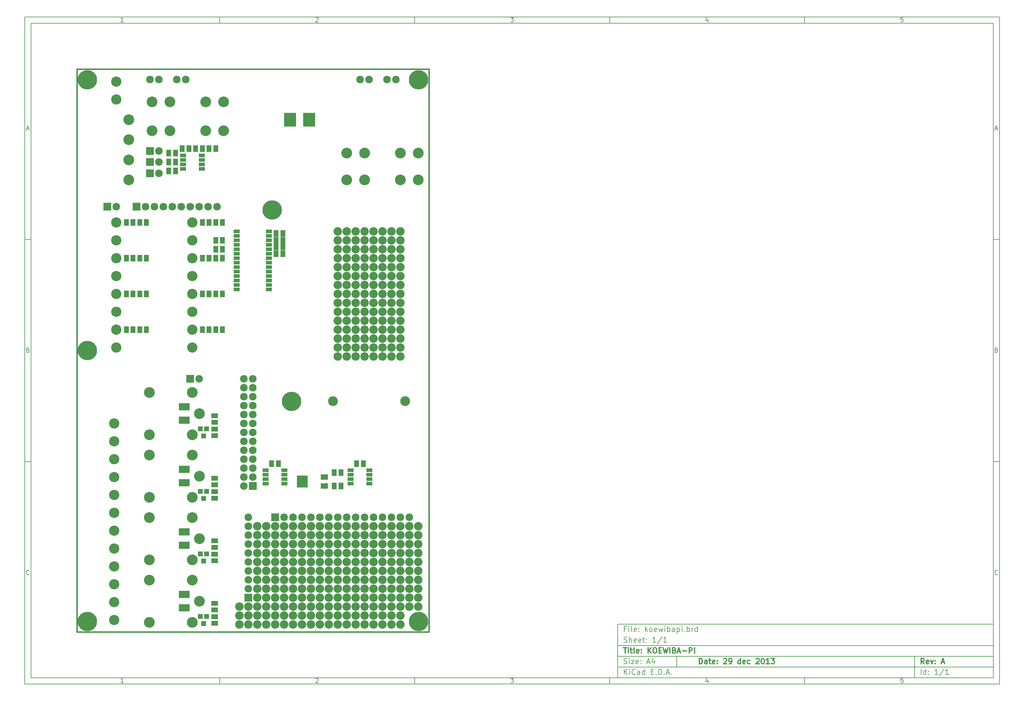
<source format=gbs>
G04 (created by PCBNEW-RS274X (2011-05-25)-stable) date So 29 Dez 2013 11:12:27 CET*
G01*
G70*
G90*
%MOIN*%
G04 Gerber Fmt 3.4, Leading zero omitted, Abs format*
%FSLAX34Y34*%
G04 APERTURE LIST*
%ADD10C,0.006000*%
%ADD11C,0.012000*%
%ADD12C,0.015000*%
%ADD13C,0.120000*%
%ADD14R,0.056000X0.056000*%
%ADD15R,0.065000X0.040000*%
%ADD16R,0.070000X0.040000*%
%ADD17R,0.138100X0.157800*%
%ADD18R,0.055000X0.075000*%
%ADD19R,0.075000X0.055000*%
%ADD20C,0.085000*%
%ADD21R,0.118400X0.079100*%
%ADD22R,0.085000X0.085000*%
%ADD23R,0.083000X0.059400*%
%ADD24R,0.118400X0.138100*%
%ADD25C,0.110000*%
%ADD26C,0.115000*%
%ADD27C,0.216900*%
%ADD28C,0.095000*%
G04 APERTURE END LIST*
G54D10*
X04000Y-04000D02*
X113000Y-04000D01*
X113000Y-78670D01*
X04000Y-78670D01*
X04000Y-04000D01*
X04700Y-04700D02*
X112300Y-04700D01*
X112300Y-77970D01*
X04700Y-77970D01*
X04700Y-04700D01*
X25800Y-04000D02*
X25800Y-04700D01*
X15043Y-04552D02*
X14757Y-04552D01*
X14900Y-04552D02*
X14900Y-04052D01*
X14852Y-04124D01*
X14805Y-04171D01*
X14757Y-04195D01*
X25800Y-78670D02*
X25800Y-77970D01*
X15043Y-78522D02*
X14757Y-78522D01*
X14900Y-78522D02*
X14900Y-78022D01*
X14852Y-78094D01*
X14805Y-78141D01*
X14757Y-78165D01*
X47600Y-04000D02*
X47600Y-04700D01*
X36557Y-04100D02*
X36581Y-04076D01*
X36629Y-04052D01*
X36748Y-04052D01*
X36795Y-04076D01*
X36819Y-04100D01*
X36843Y-04148D01*
X36843Y-04195D01*
X36819Y-04267D01*
X36533Y-04552D01*
X36843Y-04552D01*
X47600Y-78670D02*
X47600Y-77970D01*
X36557Y-78070D02*
X36581Y-78046D01*
X36629Y-78022D01*
X36748Y-78022D01*
X36795Y-78046D01*
X36819Y-78070D01*
X36843Y-78118D01*
X36843Y-78165D01*
X36819Y-78237D01*
X36533Y-78522D01*
X36843Y-78522D01*
X69400Y-04000D02*
X69400Y-04700D01*
X58333Y-04052D02*
X58643Y-04052D01*
X58476Y-04243D01*
X58548Y-04243D01*
X58595Y-04267D01*
X58619Y-04290D01*
X58643Y-04338D01*
X58643Y-04457D01*
X58619Y-04505D01*
X58595Y-04529D01*
X58548Y-04552D01*
X58405Y-04552D01*
X58357Y-04529D01*
X58333Y-04505D01*
X69400Y-78670D02*
X69400Y-77970D01*
X58333Y-78022D02*
X58643Y-78022D01*
X58476Y-78213D01*
X58548Y-78213D01*
X58595Y-78237D01*
X58619Y-78260D01*
X58643Y-78308D01*
X58643Y-78427D01*
X58619Y-78475D01*
X58595Y-78499D01*
X58548Y-78522D01*
X58405Y-78522D01*
X58357Y-78499D01*
X58333Y-78475D01*
X91200Y-04000D02*
X91200Y-04700D01*
X80395Y-04219D02*
X80395Y-04552D01*
X80276Y-04029D02*
X80157Y-04386D01*
X80467Y-04386D01*
X91200Y-78670D02*
X91200Y-77970D01*
X80395Y-78189D02*
X80395Y-78522D01*
X80276Y-77999D02*
X80157Y-78356D01*
X80467Y-78356D01*
X102219Y-04052D02*
X101981Y-04052D01*
X101957Y-04290D01*
X101981Y-04267D01*
X102029Y-04243D01*
X102148Y-04243D01*
X102195Y-04267D01*
X102219Y-04290D01*
X102243Y-04338D01*
X102243Y-04457D01*
X102219Y-04505D01*
X102195Y-04529D01*
X102148Y-04552D01*
X102029Y-04552D01*
X101981Y-04529D01*
X101957Y-04505D01*
X102219Y-78022D02*
X101981Y-78022D01*
X101957Y-78260D01*
X101981Y-78237D01*
X102029Y-78213D01*
X102148Y-78213D01*
X102195Y-78237D01*
X102219Y-78260D01*
X102243Y-78308D01*
X102243Y-78427D01*
X102219Y-78475D01*
X102195Y-78499D01*
X102148Y-78522D01*
X102029Y-78522D01*
X101981Y-78499D01*
X101957Y-78475D01*
X04000Y-28890D02*
X04700Y-28890D01*
X04231Y-16510D02*
X04469Y-16510D01*
X04184Y-16652D02*
X04350Y-16152D01*
X04517Y-16652D01*
X113000Y-28890D02*
X112300Y-28890D01*
X112531Y-16510D02*
X112769Y-16510D01*
X112484Y-16652D02*
X112650Y-16152D01*
X112817Y-16652D01*
X04000Y-53780D02*
X04700Y-53780D01*
X04386Y-41280D02*
X04457Y-41304D01*
X04481Y-41328D01*
X04505Y-41376D01*
X04505Y-41447D01*
X04481Y-41495D01*
X04457Y-41519D01*
X04410Y-41542D01*
X04219Y-41542D01*
X04219Y-41042D01*
X04386Y-41042D01*
X04433Y-41066D01*
X04457Y-41090D01*
X04481Y-41138D01*
X04481Y-41185D01*
X04457Y-41233D01*
X04433Y-41257D01*
X04386Y-41280D01*
X04219Y-41280D01*
X113000Y-53780D02*
X112300Y-53780D01*
X112686Y-41280D02*
X112757Y-41304D01*
X112781Y-41328D01*
X112805Y-41376D01*
X112805Y-41447D01*
X112781Y-41495D01*
X112757Y-41519D01*
X112710Y-41542D01*
X112519Y-41542D01*
X112519Y-41042D01*
X112686Y-41042D01*
X112733Y-41066D01*
X112757Y-41090D01*
X112781Y-41138D01*
X112781Y-41185D01*
X112757Y-41233D01*
X112733Y-41257D01*
X112686Y-41280D01*
X112519Y-41280D01*
X04505Y-66385D02*
X04481Y-66409D01*
X04410Y-66432D01*
X04362Y-66432D01*
X04290Y-66409D01*
X04243Y-66361D01*
X04219Y-66313D01*
X04195Y-66218D01*
X04195Y-66147D01*
X04219Y-66051D01*
X04243Y-66004D01*
X04290Y-65956D01*
X04362Y-65932D01*
X04410Y-65932D01*
X04481Y-65956D01*
X04505Y-65980D01*
X112805Y-66385D02*
X112781Y-66409D01*
X112710Y-66432D01*
X112662Y-66432D01*
X112590Y-66409D01*
X112543Y-66361D01*
X112519Y-66313D01*
X112495Y-66218D01*
X112495Y-66147D01*
X112519Y-66051D01*
X112543Y-66004D01*
X112590Y-65956D01*
X112662Y-65932D01*
X112710Y-65932D01*
X112781Y-65956D01*
X112805Y-65980D01*
G54D11*
X79443Y-76413D02*
X79443Y-75813D01*
X79586Y-75813D01*
X79671Y-75841D01*
X79729Y-75899D01*
X79757Y-75956D01*
X79786Y-76070D01*
X79786Y-76156D01*
X79757Y-76270D01*
X79729Y-76327D01*
X79671Y-76384D01*
X79586Y-76413D01*
X79443Y-76413D01*
X80300Y-76413D02*
X80300Y-76099D01*
X80271Y-76041D01*
X80214Y-76013D01*
X80100Y-76013D01*
X80043Y-76041D01*
X80300Y-76384D02*
X80243Y-76413D01*
X80100Y-76413D01*
X80043Y-76384D01*
X80014Y-76327D01*
X80014Y-76270D01*
X80043Y-76213D01*
X80100Y-76184D01*
X80243Y-76184D01*
X80300Y-76156D01*
X80500Y-76013D02*
X80729Y-76013D01*
X80586Y-75813D02*
X80586Y-76327D01*
X80614Y-76384D01*
X80672Y-76413D01*
X80729Y-76413D01*
X81157Y-76384D02*
X81100Y-76413D01*
X80986Y-76413D01*
X80929Y-76384D01*
X80900Y-76327D01*
X80900Y-76099D01*
X80929Y-76041D01*
X80986Y-76013D01*
X81100Y-76013D01*
X81157Y-76041D01*
X81186Y-76099D01*
X81186Y-76156D01*
X80900Y-76213D01*
X81443Y-76356D02*
X81471Y-76384D01*
X81443Y-76413D01*
X81414Y-76384D01*
X81443Y-76356D01*
X81443Y-76413D01*
X81443Y-76041D02*
X81471Y-76070D01*
X81443Y-76099D01*
X81414Y-76070D01*
X81443Y-76041D01*
X81443Y-76099D01*
X82157Y-75870D02*
X82186Y-75841D01*
X82243Y-75813D01*
X82386Y-75813D01*
X82443Y-75841D01*
X82472Y-75870D01*
X82500Y-75927D01*
X82500Y-75984D01*
X82472Y-76070D01*
X82129Y-76413D01*
X82500Y-76413D01*
X82785Y-76413D02*
X82900Y-76413D01*
X82957Y-76384D01*
X82985Y-76356D01*
X83043Y-76270D01*
X83071Y-76156D01*
X83071Y-75927D01*
X83043Y-75870D01*
X83014Y-75841D01*
X82957Y-75813D01*
X82843Y-75813D01*
X82785Y-75841D01*
X82757Y-75870D01*
X82728Y-75927D01*
X82728Y-76070D01*
X82757Y-76127D01*
X82785Y-76156D01*
X82843Y-76184D01*
X82957Y-76184D01*
X83014Y-76156D01*
X83043Y-76127D01*
X83071Y-76070D01*
X84042Y-76413D02*
X84042Y-75813D01*
X84042Y-76384D02*
X83985Y-76413D01*
X83871Y-76413D01*
X83813Y-76384D01*
X83785Y-76356D01*
X83756Y-76299D01*
X83756Y-76127D01*
X83785Y-76070D01*
X83813Y-76041D01*
X83871Y-76013D01*
X83985Y-76013D01*
X84042Y-76041D01*
X84556Y-76384D02*
X84499Y-76413D01*
X84385Y-76413D01*
X84328Y-76384D01*
X84299Y-76327D01*
X84299Y-76099D01*
X84328Y-76041D01*
X84385Y-76013D01*
X84499Y-76013D01*
X84556Y-76041D01*
X84585Y-76099D01*
X84585Y-76156D01*
X84299Y-76213D01*
X85099Y-76384D02*
X85042Y-76413D01*
X84928Y-76413D01*
X84870Y-76384D01*
X84842Y-76356D01*
X84813Y-76299D01*
X84813Y-76127D01*
X84842Y-76070D01*
X84870Y-76041D01*
X84928Y-76013D01*
X85042Y-76013D01*
X85099Y-76041D01*
X85784Y-75870D02*
X85813Y-75841D01*
X85870Y-75813D01*
X86013Y-75813D01*
X86070Y-75841D01*
X86099Y-75870D01*
X86127Y-75927D01*
X86127Y-75984D01*
X86099Y-76070D01*
X85756Y-76413D01*
X86127Y-76413D01*
X86498Y-75813D02*
X86555Y-75813D01*
X86612Y-75841D01*
X86641Y-75870D01*
X86670Y-75927D01*
X86698Y-76041D01*
X86698Y-76184D01*
X86670Y-76299D01*
X86641Y-76356D01*
X86612Y-76384D01*
X86555Y-76413D01*
X86498Y-76413D01*
X86441Y-76384D01*
X86412Y-76356D01*
X86384Y-76299D01*
X86355Y-76184D01*
X86355Y-76041D01*
X86384Y-75927D01*
X86412Y-75870D01*
X86441Y-75841D01*
X86498Y-75813D01*
X87269Y-76413D02*
X86926Y-76413D01*
X87098Y-76413D02*
X87098Y-75813D01*
X87041Y-75899D01*
X86983Y-75956D01*
X86926Y-75984D01*
X87469Y-75813D02*
X87840Y-75813D01*
X87640Y-76041D01*
X87726Y-76041D01*
X87783Y-76070D01*
X87812Y-76099D01*
X87840Y-76156D01*
X87840Y-76299D01*
X87812Y-76356D01*
X87783Y-76384D01*
X87726Y-76413D01*
X87554Y-76413D01*
X87497Y-76384D01*
X87469Y-76356D01*
G54D10*
X71043Y-77613D02*
X71043Y-77013D01*
X71386Y-77613D02*
X71129Y-77270D01*
X71386Y-77013D02*
X71043Y-77356D01*
X71643Y-77613D02*
X71643Y-77213D01*
X71643Y-77013D02*
X71614Y-77041D01*
X71643Y-77070D01*
X71671Y-77041D01*
X71643Y-77013D01*
X71643Y-77070D01*
X72272Y-77556D02*
X72243Y-77584D01*
X72157Y-77613D01*
X72100Y-77613D01*
X72015Y-77584D01*
X71957Y-77527D01*
X71929Y-77470D01*
X71900Y-77356D01*
X71900Y-77270D01*
X71929Y-77156D01*
X71957Y-77099D01*
X72015Y-77041D01*
X72100Y-77013D01*
X72157Y-77013D01*
X72243Y-77041D01*
X72272Y-77070D01*
X72786Y-77613D02*
X72786Y-77299D01*
X72757Y-77241D01*
X72700Y-77213D01*
X72586Y-77213D01*
X72529Y-77241D01*
X72786Y-77584D02*
X72729Y-77613D01*
X72586Y-77613D01*
X72529Y-77584D01*
X72500Y-77527D01*
X72500Y-77470D01*
X72529Y-77413D01*
X72586Y-77384D01*
X72729Y-77384D01*
X72786Y-77356D01*
X73329Y-77613D02*
X73329Y-77013D01*
X73329Y-77584D02*
X73272Y-77613D01*
X73158Y-77613D01*
X73100Y-77584D01*
X73072Y-77556D01*
X73043Y-77499D01*
X73043Y-77327D01*
X73072Y-77270D01*
X73100Y-77241D01*
X73158Y-77213D01*
X73272Y-77213D01*
X73329Y-77241D01*
X74072Y-77299D02*
X74272Y-77299D01*
X74358Y-77613D02*
X74072Y-77613D01*
X74072Y-77013D01*
X74358Y-77013D01*
X74615Y-77556D02*
X74643Y-77584D01*
X74615Y-77613D01*
X74586Y-77584D01*
X74615Y-77556D01*
X74615Y-77613D01*
X74901Y-77613D02*
X74901Y-77013D01*
X75044Y-77013D01*
X75129Y-77041D01*
X75187Y-77099D01*
X75215Y-77156D01*
X75244Y-77270D01*
X75244Y-77356D01*
X75215Y-77470D01*
X75187Y-77527D01*
X75129Y-77584D01*
X75044Y-77613D01*
X74901Y-77613D01*
X75501Y-77556D02*
X75529Y-77584D01*
X75501Y-77613D01*
X75472Y-77584D01*
X75501Y-77556D01*
X75501Y-77613D01*
X75758Y-77441D02*
X76044Y-77441D01*
X75701Y-77613D02*
X75901Y-77013D01*
X76101Y-77613D01*
X76301Y-77556D02*
X76329Y-77584D01*
X76301Y-77613D01*
X76272Y-77584D01*
X76301Y-77556D01*
X76301Y-77613D01*
G54D11*
X104586Y-76413D02*
X104386Y-76127D01*
X104243Y-76413D02*
X104243Y-75813D01*
X104471Y-75813D01*
X104529Y-75841D01*
X104557Y-75870D01*
X104586Y-75927D01*
X104586Y-76013D01*
X104557Y-76070D01*
X104529Y-76099D01*
X104471Y-76127D01*
X104243Y-76127D01*
X105071Y-76384D02*
X105014Y-76413D01*
X104900Y-76413D01*
X104843Y-76384D01*
X104814Y-76327D01*
X104814Y-76099D01*
X104843Y-76041D01*
X104900Y-76013D01*
X105014Y-76013D01*
X105071Y-76041D01*
X105100Y-76099D01*
X105100Y-76156D01*
X104814Y-76213D01*
X105300Y-76013D02*
X105443Y-76413D01*
X105585Y-76013D01*
X105814Y-76356D02*
X105842Y-76384D01*
X105814Y-76413D01*
X105785Y-76384D01*
X105814Y-76356D01*
X105814Y-76413D01*
X105814Y-76041D02*
X105842Y-76070D01*
X105814Y-76099D01*
X105785Y-76070D01*
X105814Y-76041D01*
X105814Y-76099D01*
X106528Y-76241D02*
X106814Y-76241D01*
X106471Y-76413D02*
X106671Y-75813D01*
X106871Y-76413D01*
G54D10*
X71014Y-76384D02*
X71100Y-76413D01*
X71243Y-76413D01*
X71300Y-76384D01*
X71329Y-76356D01*
X71357Y-76299D01*
X71357Y-76241D01*
X71329Y-76184D01*
X71300Y-76156D01*
X71243Y-76127D01*
X71129Y-76099D01*
X71071Y-76070D01*
X71043Y-76041D01*
X71014Y-75984D01*
X71014Y-75927D01*
X71043Y-75870D01*
X71071Y-75841D01*
X71129Y-75813D01*
X71271Y-75813D01*
X71357Y-75841D01*
X71614Y-76413D02*
X71614Y-76013D01*
X71614Y-75813D02*
X71585Y-75841D01*
X71614Y-75870D01*
X71642Y-75841D01*
X71614Y-75813D01*
X71614Y-75870D01*
X71843Y-76013D02*
X72157Y-76013D01*
X71843Y-76413D01*
X72157Y-76413D01*
X72614Y-76384D02*
X72557Y-76413D01*
X72443Y-76413D01*
X72386Y-76384D01*
X72357Y-76327D01*
X72357Y-76099D01*
X72386Y-76041D01*
X72443Y-76013D01*
X72557Y-76013D01*
X72614Y-76041D01*
X72643Y-76099D01*
X72643Y-76156D01*
X72357Y-76213D01*
X72900Y-76356D02*
X72928Y-76384D01*
X72900Y-76413D01*
X72871Y-76384D01*
X72900Y-76356D01*
X72900Y-76413D01*
X72900Y-76041D02*
X72928Y-76070D01*
X72900Y-76099D01*
X72871Y-76070D01*
X72900Y-76041D01*
X72900Y-76099D01*
X73614Y-76241D02*
X73900Y-76241D01*
X73557Y-76413D02*
X73757Y-75813D01*
X73957Y-76413D01*
X74414Y-76013D02*
X74414Y-76413D01*
X74271Y-75784D02*
X74128Y-76213D01*
X74500Y-76213D01*
X104243Y-77613D02*
X104243Y-77013D01*
X104786Y-77613D02*
X104786Y-77013D01*
X104786Y-77584D02*
X104729Y-77613D01*
X104615Y-77613D01*
X104557Y-77584D01*
X104529Y-77556D01*
X104500Y-77499D01*
X104500Y-77327D01*
X104529Y-77270D01*
X104557Y-77241D01*
X104615Y-77213D01*
X104729Y-77213D01*
X104786Y-77241D01*
X105072Y-77556D02*
X105100Y-77584D01*
X105072Y-77613D01*
X105043Y-77584D01*
X105072Y-77556D01*
X105072Y-77613D01*
X105072Y-77241D02*
X105100Y-77270D01*
X105072Y-77299D01*
X105043Y-77270D01*
X105072Y-77241D01*
X105072Y-77299D01*
X106129Y-77613D02*
X105786Y-77613D01*
X105958Y-77613D02*
X105958Y-77013D01*
X105901Y-77099D01*
X105843Y-77156D01*
X105786Y-77184D01*
X106814Y-76984D02*
X106300Y-77756D01*
X107329Y-77613D02*
X106986Y-77613D01*
X107158Y-77613D02*
X107158Y-77013D01*
X107101Y-77099D01*
X107043Y-77156D01*
X106986Y-77184D01*
G54D11*
X70957Y-74613D02*
X71300Y-74613D01*
X71129Y-75213D02*
X71129Y-74613D01*
X71500Y-75213D02*
X71500Y-74813D01*
X71500Y-74613D02*
X71471Y-74641D01*
X71500Y-74670D01*
X71528Y-74641D01*
X71500Y-74613D01*
X71500Y-74670D01*
X71700Y-74813D02*
X71929Y-74813D01*
X71786Y-74613D02*
X71786Y-75127D01*
X71814Y-75184D01*
X71872Y-75213D01*
X71929Y-75213D01*
X72215Y-75213D02*
X72157Y-75184D01*
X72129Y-75127D01*
X72129Y-74613D01*
X72671Y-75184D02*
X72614Y-75213D01*
X72500Y-75213D01*
X72443Y-75184D01*
X72414Y-75127D01*
X72414Y-74899D01*
X72443Y-74841D01*
X72500Y-74813D01*
X72614Y-74813D01*
X72671Y-74841D01*
X72700Y-74899D01*
X72700Y-74956D01*
X72414Y-75013D01*
X72957Y-75156D02*
X72985Y-75184D01*
X72957Y-75213D01*
X72928Y-75184D01*
X72957Y-75156D01*
X72957Y-75213D01*
X72957Y-74841D02*
X72985Y-74870D01*
X72957Y-74899D01*
X72928Y-74870D01*
X72957Y-74841D01*
X72957Y-74899D01*
X73700Y-75213D02*
X73700Y-74613D01*
X74043Y-75213D02*
X73786Y-74870D01*
X74043Y-74613D02*
X73700Y-74956D01*
X74414Y-74613D02*
X74528Y-74613D01*
X74586Y-74641D01*
X74643Y-74699D01*
X74671Y-74813D01*
X74671Y-75013D01*
X74643Y-75127D01*
X74586Y-75184D01*
X74528Y-75213D01*
X74414Y-75213D01*
X74357Y-75184D01*
X74300Y-75127D01*
X74271Y-75013D01*
X74271Y-74813D01*
X74300Y-74699D01*
X74357Y-74641D01*
X74414Y-74613D01*
X74929Y-74899D02*
X75129Y-74899D01*
X75215Y-75213D02*
X74929Y-75213D01*
X74929Y-74613D01*
X75215Y-74613D01*
X75415Y-74613D02*
X75558Y-75213D01*
X75672Y-74784D01*
X75786Y-75213D01*
X75929Y-74613D01*
X76158Y-75213D02*
X76158Y-74613D01*
X76644Y-74899D02*
X76730Y-74927D01*
X76758Y-74956D01*
X76787Y-75013D01*
X76787Y-75099D01*
X76758Y-75156D01*
X76730Y-75184D01*
X76672Y-75213D01*
X76444Y-75213D01*
X76444Y-74613D01*
X76644Y-74613D01*
X76701Y-74641D01*
X76730Y-74670D01*
X76758Y-74727D01*
X76758Y-74784D01*
X76730Y-74841D01*
X76701Y-74870D01*
X76644Y-74899D01*
X76444Y-74899D01*
X77015Y-75041D02*
X77301Y-75041D01*
X76958Y-75213D02*
X77158Y-74613D01*
X77358Y-75213D01*
X77558Y-74984D02*
X78015Y-74984D01*
X78301Y-75213D02*
X78301Y-74613D01*
X78529Y-74613D01*
X78587Y-74641D01*
X78615Y-74670D01*
X78644Y-74727D01*
X78644Y-74813D01*
X78615Y-74870D01*
X78587Y-74899D01*
X78529Y-74927D01*
X78301Y-74927D01*
X78901Y-75213D02*
X78901Y-74613D01*
G54D10*
X71243Y-72499D02*
X71043Y-72499D01*
X71043Y-72813D02*
X71043Y-72213D01*
X71329Y-72213D01*
X71557Y-72813D02*
X71557Y-72413D01*
X71557Y-72213D02*
X71528Y-72241D01*
X71557Y-72270D01*
X71585Y-72241D01*
X71557Y-72213D01*
X71557Y-72270D01*
X71929Y-72813D02*
X71871Y-72784D01*
X71843Y-72727D01*
X71843Y-72213D01*
X72385Y-72784D02*
X72328Y-72813D01*
X72214Y-72813D01*
X72157Y-72784D01*
X72128Y-72727D01*
X72128Y-72499D01*
X72157Y-72441D01*
X72214Y-72413D01*
X72328Y-72413D01*
X72385Y-72441D01*
X72414Y-72499D01*
X72414Y-72556D01*
X72128Y-72613D01*
X72671Y-72756D02*
X72699Y-72784D01*
X72671Y-72813D01*
X72642Y-72784D01*
X72671Y-72756D01*
X72671Y-72813D01*
X72671Y-72441D02*
X72699Y-72470D01*
X72671Y-72499D01*
X72642Y-72470D01*
X72671Y-72441D01*
X72671Y-72499D01*
X73414Y-72813D02*
X73414Y-72213D01*
X73471Y-72584D02*
X73642Y-72813D01*
X73642Y-72413D02*
X73414Y-72641D01*
X73986Y-72813D02*
X73928Y-72784D01*
X73900Y-72756D01*
X73871Y-72699D01*
X73871Y-72527D01*
X73900Y-72470D01*
X73928Y-72441D01*
X73986Y-72413D01*
X74071Y-72413D01*
X74128Y-72441D01*
X74157Y-72470D01*
X74186Y-72527D01*
X74186Y-72699D01*
X74157Y-72756D01*
X74128Y-72784D01*
X74071Y-72813D01*
X73986Y-72813D01*
X74671Y-72784D02*
X74614Y-72813D01*
X74500Y-72813D01*
X74443Y-72784D01*
X74414Y-72727D01*
X74414Y-72499D01*
X74443Y-72441D01*
X74500Y-72413D01*
X74614Y-72413D01*
X74671Y-72441D01*
X74700Y-72499D01*
X74700Y-72556D01*
X74414Y-72613D01*
X74900Y-72413D02*
X75014Y-72813D01*
X75128Y-72527D01*
X75243Y-72813D01*
X75357Y-72413D01*
X75586Y-72813D02*
X75586Y-72413D01*
X75586Y-72213D02*
X75557Y-72241D01*
X75586Y-72270D01*
X75614Y-72241D01*
X75586Y-72213D01*
X75586Y-72270D01*
X75872Y-72813D02*
X75872Y-72213D01*
X75872Y-72441D02*
X75929Y-72413D01*
X76043Y-72413D01*
X76100Y-72441D01*
X76129Y-72470D01*
X76158Y-72527D01*
X76158Y-72699D01*
X76129Y-72756D01*
X76100Y-72784D01*
X76043Y-72813D01*
X75929Y-72813D01*
X75872Y-72784D01*
X76672Y-72813D02*
X76672Y-72499D01*
X76643Y-72441D01*
X76586Y-72413D01*
X76472Y-72413D01*
X76415Y-72441D01*
X76672Y-72784D02*
X76615Y-72813D01*
X76472Y-72813D01*
X76415Y-72784D01*
X76386Y-72727D01*
X76386Y-72670D01*
X76415Y-72613D01*
X76472Y-72584D01*
X76615Y-72584D01*
X76672Y-72556D01*
X76958Y-72413D02*
X76958Y-73013D01*
X76958Y-72441D02*
X77015Y-72413D01*
X77129Y-72413D01*
X77186Y-72441D01*
X77215Y-72470D01*
X77244Y-72527D01*
X77244Y-72699D01*
X77215Y-72756D01*
X77186Y-72784D01*
X77129Y-72813D01*
X77015Y-72813D01*
X76958Y-72784D01*
X77501Y-72813D02*
X77501Y-72413D01*
X77501Y-72213D02*
X77472Y-72241D01*
X77501Y-72270D01*
X77529Y-72241D01*
X77501Y-72213D01*
X77501Y-72270D01*
X77787Y-72756D02*
X77815Y-72784D01*
X77787Y-72813D01*
X77758Y-72784D01*
X77787Y-72756D01*
X77787Y-72813D01*
X78073Y-72813D02*
X78073Y-72213D01*
X78073Y-72441D02*
X78130Y-72413D01*
X78244Y-72413D01*
X78301Y-72441D01*
X78330Y-72470D01*
X78359Y-72527D01*
X78359Y-72699D01*
X78330Y-72756D01*
X78301Y-72784D01*
X78244Y-72813D01*
X78130Y-72813D01*
X78073Y-72784D01*
X78616Y-72813D02*
X78616Y-72413D01*
X78616Y-72527D02*
X78644Y-72470D01*
X78673Y-72441D01*
X78730Y-72413D01*
X78787Y-72413D01*
X79244Y-72813D02*
X79244Y-72213D01*
X79244Y-72784D02*
X79187Y-72813D01*
X79073Y-72813D01*
X79015Y-72784D01*
X78987Y-72756D01*
X78958Y-72699D01*
X78958Y-72527D01*
X78987Y-72470D01*
X79015Y-72441D01*
X79073Y-72413D01*
X79187Y-72413D01*
X79244Y-72441D01*
X71014Y-73984D02*
X71100Y-74013D01*
X71243Y-74013D01*
X71300Y-73984D01*
X71329Y-73956D01*
X71357Y-73899D01*
X71357Y-73841D01*
X71329Y-73784D01*
X71300Y-73756D01*
X71243Y-73727D01*
X71129Y-73699D01*
X71071Y-73670D01*
X71043Y-73641D01*
X71014Y-73584D01*
X71014Y-73527D01*
X71043Y-73470D01*
X71071Y-73441D01*
X71129Y-73413D01*
X71271Y-73413D01*
X71357Y-73441D01*
X71614Y-74013D02*
X71614Y-73413D01*
X71871Y-74013D02*
X71871Y-73699D01*
X71842Y-73641D01*
X71785Y-73613D01*
X71700Y-73613D01*
X71642Y-73641D01*
X71614Y-73670D01*
X72385Y-73984D02*
X72328Y-74013D01*
X72214Y-74013D01*
X72157Y-73984D01*
X72128Y-73927D01*
X72128Y-73699D01*
X72157Y-73641D01*
X72214Y-73613D01*
X72328Y-73613D01*
X72385Y-73641D01*
X72414Y-73699D01*
X72414Y-73756D01*
X72128Y-73813D01*
X72899Y-73984D02*
X72842Y-74013D01*
X72728Y-74013D01*
X72671Y-73984D01*
X72642Y-73927D01*
X72642Y-73699D01*
X72671Y-73641D01*
X72728Y-73613D01*
X72842Y-73613D01*
X72899Y-73641D01*
X72928Y-73699D01*
X72928Y-73756D01*
X72642Y-73813D01*
X73099Y-73613D02*
X73328Y-73613D01*
X73185Y-73413D02*
X73185Y-73927D01*
X73213Y-73984D01*
X73271Y-74013D01*
X73328Y-74013D01*
X73528Y-73956D02*
X73556Y-73984D01*
X73528Y-74013D01*
X73499Y-73984D01*
X73528Y-73956D01*
X73528Y-74013D01*
X73528Y-73641D02*
X73556Y-73670D01*
X73528Y-73699D01*
X73499Y-73670D01*
X73528Y-73641D01*
X73528Y-73699D01*
X74585Y-74013D02*
X74242Y-74013D01*
X74414Y-74013D02*
X74414Y-73413D01*
X74357Y-73499D01*
X74299Y-73556D01*
X74242Y-73584D01*
X75270Y-73384D02*
X74756Y-74156D01*
X75785Y-74013D02*
X75442Y-74013D01*
X75614Y-74013D02*
X75614Y-73413D01*
X75557Y-73499D01*
X75499Y-73556D01*
X75442Y-73584D01*
X70300Y-71970D02*
X70300Y-77970D01*
X70300Y-71970D02*
X112300Y-71970D01*
X70300Y-71970D02*
X112300Y-71970D01*
X70300Y-74370D02*
X112300Y-74370D01*
X103500Y-75570D02*
X103500Y-77970D01*
X70300Y-76770D02*
X112300Y-76770D01*
X70300Y-75570D02*
X112300Y-75570D01*
X76900Y-75570D02*
X76900Y-76770D01*
G54D12*
X09843Y-72834D02*
X09843Y-09842D01*
X49213Y-72835D02*
X09843Y-72835D01*
X49213Y-09843D02*
X49213Y-72835D01*
X09843Y-09843D02*
X49213Y-09843D01*
G54D13*
X15630Y-22250D03*
X15630Y-20000D03*
X15630Y-17750D03*
X15630Y-15500D03*
G54D14*
X24350Y-57100D03*
X23650Y-57100D03*
X24000Y-57900D03*
X24350Y-50100D03*
X23650Y-50100D03*
X24000Y-50900D03*
X24350Y-71100D03*
X23650Y-71100D03*
X24000Y-71900D03*
X24350Y-64100D03*
X23650Y-64100D03*
X24000Y-64900D03*
G54D15*
X33050Y-56250D03*
X30950Y-56250D03*
X33050Y-55750D03*
X33050Y-55250D03*
X33050Y-54750D03*
X30950Y-55750D03*
X30950Y-55250D03*
X30950Y-54750D03*
X42550Y-56250D03*
X40450Y-56250D03*
X42550Y-55750D03*
X42550Y-55250D03*
X42550Y-54750D03*
X40450Y-55750D03*
X40450Y-55250D03*
X40450Y-54750D03*
X21700Y-19500D03*
X23800Y-19500D03*
X21700Y-20000D03*
X21700Y-20500D03*
X21700Y-21000D03*
X23800Y-20000D03*
X23800Y-20500D03*
X23800Y-21000D03*
G54D16*
X27700Y-34500D03*
X27700Y-34000D03*
X27700Y-33500D03*
X27700Y-33000D03*
X27700Y-32500D03*
X27700Y-32000D03*
X27700Y-31500D03*
X27700Y-31000D03*
X27700Y-30500D03*
X27700Y-30000D03*
X27700Y-29500D03*
X27700Y-29000D03*
X27700Y-28500D03*
X27700Y-28000D03*
X31300Y-28000D03*
X31300Y-28500D03*
X31300Y-29000D03*
X31300Y-29500D03*
X31300Y-30000D03*
X31300Y-30500D03*
X31300Y-31000D03*
X31300Y-31500D03*
X31300Y-32000D03*
X31300Y-32500D03*
X31300Y-33000D03*
X31300Y-33500D03*
X31300Y-34000D03*
X31300Y-34500D03*
G54D17*
X33687Y-15500D03*
X35813Y-15500D03*
G54D18*
X16875Y-27000D03*
X17625Y-27000D03*
X20125Y-21250D03*
X20875Y-21250D03*
X20125Y-19250D03*
X20875Y-19250D03*
X25375Y-39000D03*
X26125Y-39000D03*
X25375Y-35000D03*
X26125Y-35000D03*
X25375Y-31000D03*
X26125Y-31000D03*
X25375Y-27000D03*
X26125Y-27000D03*
X16875Y-39000D03*
X17625Y-39000D03*
X16875Y-35000D03*
X17625Y-35000D03*
X16875Y-31000D03*
X17625Y-31000D03*
X23875Y-18750D03*
X23125Y-18750D03*
X23875Y-39000D03*
X24625Y-39000D03*
X23875Y-35000D03*
X24625Y-35000D03*
X23875Y-31000D03*
X24625Y-31000D03*
X23875Y-27000D03*
X24625Y-27000D03*
X15375Y-39000D03*
X16125Y-39000D03*
X15375Y-35000D03*
X16125Y-35000D03*
X15375Y-31000D03*
X16125Y-31000D03*
X15375Y-27000D03*
X16125Y-27000D03*
X20875Y-20250D03*
X20125Y-20250D03*
X39375Y-56500D03*
X38625Y-56500D03*
X39375Y-55000D03*
X38625Y-55000D03*
G54D19*
X25250Y-55625D03*
X25250Y-56375D03*
X25250Y-57125D03*
X25250Y-57875D03*
X25250Y-48625D03*
X25250Y-49375D03*
X25250Y-50125D03*
X25250Y-50875D03*
X25250Y-69625D03*
X25250Y-70375D03*
G54D18*
X26125Y-29000D03*
X25375Y-29000D03*
G54D19*
X25250Y-71125D03*
X25250Y-71875D03*
X25250Y-62625D03*
X25250Y-63375D03*
X25250Y-64125D03*
X25250Y-64875D03*
G54D18*
X32125Y-29000D03*
X32875Y-29000D03*
X32125Y-28250D03*
X32875Y-28250D03*
X32125Y-29750D03*
X32875Y-29750D03*
X24625Y-18750D03*
X25375Y-18750D03*
X25375Y-30000D03*
X26125Y-30000D03*
X21625Y-18750D03*
X22375Y-18750D03*
X41875Y-54000D03*
X41125Y-54000D03*
X32375Y-54000D03*
X31625Y-54000D03*
X32125Y-30500D03*
X32875Y-30500D03*
G54D20*
X45508Y-11000D03*
X44508Y-11000D03*
X42508Y-11000D03*
X41508Y-11000D03*
X22008Y-11000D03*
X21008Y-11000D03*
X19008Y-11000D03*
X18008Y-11000D03*
G54D13*
X22752Y-53031D03*
X17948Y-53031D03*
X17948Y-57755D03*
X22752Y-57755D03*
X23539Y-55393D03*
X22752Y-46031D03*
X17948Y-46031D03*
X17948Y-50755D03*
X22752Y-50755D03*
X23539Y-48393D03*
X22752Y-67031D03*
X17948Y-67031D03*
X17948Y-71755D03*
X22752Y-71755D03*
X23539Y-69393D03*
X22752Y-60031D03*
X17948Y-60031D03*
X17948Y-64755D03*
X22752Y-64755D03*
X23539Y-62393D03*
G54D21*
X21850Y-63143D03*
X21850Y-61643D03*
X21850Y-56143D03*
X21850Y-54643D03*
X21850Y-70143D03*
X21850Y-68643D03*
X21850Y-49143D03*
X21850Y-47643D03*
G54D22*
X18000Y-20250D03*
G54D20*
X19000Y-20250D03*
G54D22*
X18000Y-19000D03*
G54D20*
X19000Y-19000D03*
G54D22*
X18000Y-21500D03*
G54D20*
X19000Y-21500D03*
G54D22*
X22500Y-44500D03*
G54D20*
X23500Y-44500D03*
G54D22*
X13250Y-25250D03*
G54D20*
X14250Y-25250D03*
G54D22*
X32000Y-60000D03*
G54D20*
X33000Y-60000D03*
X34000Y-60000D03*
X35000Y-60000D03*
X36000Y-60000D03*
X37000Y-60000D03*
X38000Y-60000D03*
X39000Y-60000D03*
X40000Y-60000D03*
X41000Y-60000D03*
X42000Y-60000D03*
X43000Y-60000D03*
X44000Y-60000D03*
X45000Y-60000D03*
X46000Y-60000D03*
X47000Y-60000D03*
G54D22*
X29000Y-69000D03*
G54D20*
X29000Y-68000D03*
X29000Y-67000D03*
X29000Y-66000D03*
X29000Y-65000D03*
X29000Y-64000D03*
X29000Y-63000D03*
X29000Y-62000D03*
X29000Y-61000D03*
X29000Y-60000D03*
G54D22*
X16500Y-25250D03*
G54D20*
X17500Y-25250D03*
X18500Y-25250D03*
X19500Y-25250D03*
X20500Y-25250D03*
X21500Y-25250D03*
X22500Y-25250D03*
X23500Y-25250D03*
X24500Y-25250D03*
X25500Y-25250D03*
G54D13*
X48000Y-19250D03*
X46000Y-19250D03*
X42000Y-19250D03*
X40000Y-19250D03*
X48000Y-22250D03*
X46000Y-22250D03*
X42000Y-22250D03*
X40000Y-22250D03*
X18250Y-13500D03*
X20250Y-13500D03*
X24250Y-13500D03*
X26250Y-13500D03*
X18250Y-16750D03*
X20250Y-16750D03*
X24250Y-16750D03*
X26250Y-16750D03*
G54D23*
X37500Y-56500D03*
X37500Y-55500D03*
G54D24*
X35039Y-56000D03*
G54D25*
X46559Y-47000D03*
X38488Y-47000D03*
G54D26*
X14000Y-49500D03*
X14000Y-51500D03*
X14000Y-53500D03*
X14000Y-55500D03*
X14000Y-57500D03*
X14000Y-59500D03*
X14000Y-61500D03*
X14000Y-63500D03*
X14000Y-65500D03*
X14000Y-67500D03*
X14000Y-69500D03*
X14000Y-71500D03*
X14250Y-11250D03*
X14250Y-13250D03*
X14250Y-27000D03*
X14250Y-29000D03*
X14250Y-31000D03*
X14250Y-33000D03*
X14250Y-35000D03*
X14250Y-37000D03*
X14250Y-39000D03*
X14250Y-41000D03*
X22750Y-27000D03*
X22750Y-29000D03*
X22750Y-31000D03*
X22750Y-33000D03*
X22750Y-35000D03*
X22750Y-37000D03*
X22750Y-39000D03*
X22750Y-41000D03*
G54D22*
X29500Y-56500D03*
G54D20*
X28500Y-56500D03*
X29500Y-55500D03*
X28500Y-55500D03*
X29500Y-54500D03*
X28500Y-54500D03*
X29500Y-53500D03*
X28500Y-53500D03*
X29500Y-52500D03*
X28500Y-52500D03*
X29500Y-51500D03*
X28500Y-51500D03*
X29500Y-50500D03*
X28500Y-50500D03*
X29500Y-49500D03*
X28500Y-49500D03*
X29500Y-48500D03*
X28500Y-48500D03*
X29500Y-47500D03*
X28500Y-47500D03*
X29500Y-46500D03*
X28500Y-46500D03*
X29500Y-45500D03*
X28500Y-45500D03*
X29500Y-44500D03*
X28500Y-44500D03*
G54D27*
X48031Y-71654D03*
X11024Y-71654D03*
X11024Y-11024D03*
X48031Y-11024D03*
X33858Y-47047D03*
X31693Y-25591D03*
X11024Y-41339D03*
G54D28*
X30000Y-64000D03*
X31000Y-64000D03*
X32000Y-64000D03*
X33000Y-64000D03*
X30000Y-63000D03*
X30000Y-65000D03*
X31000Y-65000D03*
X31000Y-63000D03*
X32000Y-63000D03*
X32000Y-65000D03*
X33000Y-65000D03*
X33000Y-63000D03*
X30000Y-62000D03*
X31000Y-62000D03*
X32000Y-62000D03*
X33000Y-62000D03*
X34000Y-62000D03*
X34000Y-63000D03*
X34000Y-64000D03*
X34000Y-65000D03*
X30000Y-61000D03*
X31000Y-61000D03*
X32000Y-61000D03*
X33000Y-61000D03*
X34000Y-61000D03*
X35000Y-64000D03*
X36000Y-64000D03*
X37000Y-64000D03*
X38000Y-64000D03*
X35000Y-63000D03*
X35000Y-65000D03*
X36000Y-65000D03*
X36000Y-63000D03*
X37000Y-63000D03*
X37000Y-65000D03*
X38000Y-65000D03*
X38000Y-63000D03*
X35000Y-62000D03*
X36000Y-62000D03*
X37000Y-62000D03*
X38000Y-62000D03*
X39000Y-62000D03*
X39000Y-63000D03*
X39000Y-64000D03*
X39000Y-65000D03*
X35000Y-61000D03*
X36000Y-61000D03*
X37000Y-61000D03*
X38000Y-61000D03*
X39000Y-61000D03*
X40000Y-64000D03*
X41000Y-64000D03*
X42000Y-64000D03*
X43000Y-64000D03*
X40000Y-63000D03*
X40000Y-65000D03*
X41000Y-65000D03*
X41000Y-63000D03*
X42000Y-63000D03*
X42000Y-65000D03*
X43000Y-65000D03*
X43000Y-63000D03*
X40000Y-62000D03*
X41000Y-62000D03*
X42000Y-62000D03*
X43000Y-62000D03*
X44000Y-62000D03*
X44000Y-63000D03*
X44000Y-64000D03*
X44000Y-65000D03*
X40000Y-61000D03*
X41000Y-61000D03*
X42000Y-61000D03*
X43000Y-61000D03*
X44000Y-61000D03*
X30000Y-69000D03*
X31000Y-69000D03*
X32000Y-69000D03*
X33000Y-69000D03*
X30000Y-68000D03*
X30000Y-70000D03*
X31000Y-70000D03*
X31000Y-68000D03*
X32000Y-68000D03*
X32000Y-70000D03*
X33000Y-70000D03*
X33000Y-68000D03*
X30000Y-67000D03*
X31000Y-67000D03*
X32000Y-67000D03*
X33000Y-67000D03*
X34000Y-67000D03*
X34000Y-68000D03*
X34000Y-69000D03*
X34000Y-70000D03*
X30000Y-66000D03*
X31000Y-66000D03*
X32000Y-66000D03*
X33000Y-66000D03*
X34000Y-66000D03*
X35000Y-69000D03*
X36000Y-69000D03*
X37000Y-69000D03*
X38000Y-69000D03*
X35000Y-68000D03*
X35000Y-70000D03*
X36000Y-70000D03*
X36000Y-68000D03*
X37000Y-68000D03*
X37000Y-70000D03*
X38000Y-70000D03*
X38000Y-68000D03*
X35000Y-67000D03*
X36000Y-67000D03*
X37000Y-67000D03*
X38000Y-67000D03*
X39000Y-67000D03*
X39000Y-68000D03*
X39000Y-69000D03*
X39000Y-70000D03*
X35000Y-66000D03*
X36000Y-66000D03*
X37000Y-66000D03*
X38000Y-66000D03*
X39000Y-66000D03*
X40000Y-69000D03*
X41000Y-69000D03*
X42000Y-69000D03*
X43000Y-69000D03*
X40000Y-68000D03*
X40000Y-70000D03*
X41000Y-70000D03*
X41000Y-68000D03*
X42000Y-68000D03*
X42000Y-70000D03*
X43000Y-70000D03*
X43000Y-68000D03*
X40000Y-67000D03*
X41000Y-67000D03*
X42000Y-67000D03*
X43000Y-67000D03*
X44000Y-67000D03*
X44000Y-68000D03*
X44000Y-69000D03*
X44000Y-70000D03*
X40000Y-66000D03*
X41000Y-66000D03*
X42000Y-66000D03*
X43000Y-66000D03*
X44000Y-66000D03*
X47000Y-65000D03*
X47000Y-64000D03*
X47000Y-63000D03*
X47000Y-62000D03*
X46000Y-65000D03*
X48000Y-65000D03*
X48000Y-64000D03*
X46000Y-64000D03*
X46000Y-63000D03*
X48000Y-63000D03*
X48000Y-62000D03*
X46000Y-62000D03*
X45000Y-65000D03*
X45000Y-64000D03*
X45000Y-63000D03*
X45000Y-62000D03*
X45000Y-61000D03*
X46000Y-61000D03*
X47000Y-61000D03*
X48000Y-61000D03*
X47000Y-70000D03*
X47000Y-69000D03*
X47000Y-68000D03*
X47000Y-67000D03*
X46000Y-70000D03*
X48000Y-70000D03*
X48000Y-69000D03*
X46000Y-69000D03*
X46000Y-68000D03*
X48000Y-68000D03*
X48000Y-67000D03*
X46000Y-67000D03*
X45000Y-70000D03*
X45000Y-69000D03*
X45000Y-68000D03*
X45000Y-67000D03*
X45000Y-66000D03*
X46000Y-66000D03*
X47000Y-66000D03*
X48000Y-66000D03*
X30000Y-71000D03*
X31000Y-71000D03*
X32000Y-71000D03*
X33000Y-71000D03*
X30000Y-72000D03*
X31000Y-72000D03*
X32000Y-72000D03*
X33000Y-72000D03*
X34000Y-71000D03*
X34000Y-72000D03*
X35000Y-71000D03*
X36000Y-71000D03*
X37000Y-71000D03*
X38000Y-71000D03*
X35000Y-72000D03*
X36000Y-72000D03*
X37000Y-72000D03*
X38000Y-72000D03*
X39000Y-71000D03*
X39000Y-72000D03*
X40000Y-71000D03*
X41000Y-71000D03*
X42000Y-71000D03*
X43000Y-71000D03*
X40000Y-72000D03*
X41000Y-72000D03*
X42000Y-72000D03*
X43000Y-72000D03*
X44000Y-71000D03*
X44000Y-72000D03*
X45000Y-71000D03*
X46000Y-71000D03*
X45000Y-72000D03*
X46000Y-72000D03*
X28000Y-70000D03*
X29000Y-70000D03*
X28000Y-71000D03*
X29000Y-71000D03*
X28000Y-72000D03*
X29000Y-72000D03*
X39000Y-31000D03*
X40000Y-31000D03*
X41000Y-31000D03*
X42000Y-31000D03*
X39000Y-30000D03*
X39000Y-32000D03*
X40000Y-32000D03*
X40000Y-30000D03*
X41000Y-30000D03*
X41000Y-32000D03*
X42000Y-32000D03*
X42000Y-30000D03*
X39000Y-29000D03*
X40000Y-29000D03*
X41000Y-29000D03*
X42000Y-29000D03*
X43000Y-29000D03*
X43000Y-30000D03*
X43000Y-31000D03*
X43000Y-32000D03*
X39000Y-28000D03*
X40000Y-28000D03*
X41000Y-28000D03*
X42000Y-28000D03*
X43000Y-28000D03*
X39000Y-36000D03*
X40000Y-36000D03*
X41000Y-36000D03*
X42000Y-36000D03*
X39000Y-35000D03*
X39000Y-37000D03*
X40000Y-37000D03*
X40000Y-35000D03*
X41000Y-35000D03*
X41000Y-37000D03*
X42000Y-37000D03*
X42000Y-35000D03*
X39000Y-34000D03*
X40000Y-34000D03*
X41000Y-34000D03*
X42000Y-34000D03*
X43000Y-34000D03*
X43000Y-35000D03*
X43000Y-36000D03*
X43000Y-37000D03*
X39000Y-33000D03*
X40000Y-33000D03*
X41000Y-33000D03*
X42000Y-33000D03*
X43000Y-33000D03*
X39000Y-41000D03*
X40000Y-41000D03*
X41000Y-41000D03*
X42000Y-41000D03*
X39000Y-40000D03*
X39000Y-42000D03*
X40000Y-42000D03*
X40000Y-40000D03*
X41000Y-40000D03*
X41000Y-42000D03*
X42000Y-42000D03*
X42000Y-40000D03*
X39000Y-39000D03*
X40000Y-39000D03*
X41000Y-39000D03*
X42000Y-39000D03*
X43000Y-39000D03*
X43000Y-40000D03*
X43000Y-41000D03*
X43000Y-42000D03*
X39000Y-38000D03*
X40000Y-38000D03*
X41000Y-38000D03*
X42000Y-38000D03*
X43000Y-38000D03*
X45000Y-42000D03*
X45000Y-41000D03*
X45000Y-40000D03*
X45000Y-39000D03*
X44000Y-42000D03*
X46000Y-42000D03*
X46000Y-41000D03*
X44000Y-41000D03*
X44000Y-40000D03*
X46000Y-40000D03*
X46000Y-39000D03*
X44000Y-39000D03*
X44000Y-38000D03*
X45000Y-38000D03*
X46000Y-38000D03*
X45000Y-37000D03*
X45000Y-36000D03*
X45000Y-35000D03*
X45000Y-34000D03*
X44000Y-37000D03*
X46000Y-37000D03*
X46000Y-36000D03*
X44000Y-36000D03*
X44000Y-35000D03*
X46000Y-35000D03*
X46000Y-34000D03*
X44000Y-34000D03*
X44000Y-33000D03*
X45000Y-33000D03*
X46000Y-33000D03*
X45000Y-32000D03*
X45000Y-31000D03*
X45000Y-30000D03*
X45000Y-29000D03*
X44000Y-32000D03*
X46000Y-32000D03*
X46000Y-31000D03*
X44000Y-31000D03*
X44000Y-30000D03*
X46000Y-30000D03*
X46000Y-29000D03*
X44000Y-29000D03*
X44000Y-28000D03*
X45000Y-28000D03*
X46000Y-28000D03*
M02*

</source>
